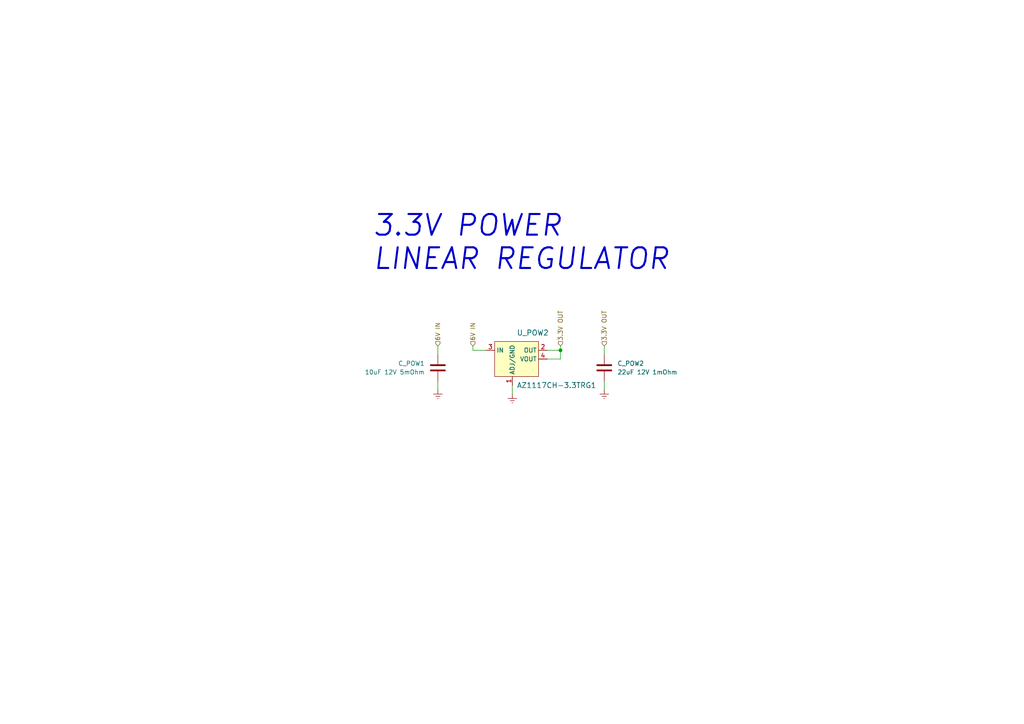
<source format=kicad_sch>
(kicad_sch (version 20211123) (generator eeschema)
  (paper "A4")
  (lib_symbols
    (symbol "Device:C" (pin_numbers hide) (pin_names (offset 0.254))
      (property "Reference" "C" (at 0.635 2.54 0))
      (property "Value" "C" (at 0.635 -2.54 0))
      (symbol "C_0_1"
        (polyline (pts (xy -2.032 -0.762) (xy 2.032 -0.762)) (stroke (width 0.508)))
        (polyline (pts (xy -2.032 0.762) (xy 2.032 0.762)) (stroke (width 0.508)))
      )
      (symbol "C_1_1"
        (pin passive line (at 0 3.81 270) (length 2.794) (name "~") (number "1"))
        (pin passive line (at 0 -3.81 90) (length 2.794) (name "~") (number "2"))
      )
    )
    (symbol "dk_PMIC-Voltage-Regulators-Linear:AZ1117CH-3_3TRG1"
      (property "Reference" "U" (at 1.27 3.81 0))
      (property "Value" "AZ1117CH-3_3TRG1" (at 1.27 6.35 0))
      (symbol "AZ1117CH-3_3TRG1_0_1"
        (rectangle (start -5.08 2.54) (end 7.62 -7.62) (fill (type background)))
      )
      (symbol "AZ1117CH-3_3TRG1_1_1"
        (pin power_in line (at 0 -10.16 90) (length 2.54) (name "ADJ/GND") (number "1"))
        (pin power_out line (at 10.16 0 180) (length 2.54) (name "OUT") (number "2"))
        (pin power_in line (at -7.62 0 0) (length 2.54) (name "IN") (number "3"))
        (pin power_out line (at 10.16 -2.54 180) (length 2.54) (name "VOUT") (number "4"))
      )
    )
    (symbol "power:GNDREF" (power) (pin_names (offset 0))
      (property "Value" "GNDREF" (at 0 -3.81 0))
      (symbol "GNDREF_0_1"
        (polyline (pts (xy -0.635 -1.905) (xy 0.635 -1.905)))
        (polyline (pts (xy -0.127 -2.54) (xy 0.127 -2.54)))
        (polyline (pts (xy 0 -1.27) (xy 0 0)))
        (polyline (pts (xy 1.27 -1.27) (xy -1.27 -1.27)))
      )
      (symbol "GNDREF_1_1"
        (pin power_in line (at 0 0 270) (length 0) hide (name "GNDREF") (number "1"))
      )
    )
  )
  (junction (at 162.56 101.6))
  (wire (pts (xy 148.59 111.76) (xy 148.59 114.3)))
  (wire (pts (xy 158.75 101.6) (xy 162.56 101.6)))
  (wire (pts (xy 162.56 100.33) (xy 162.56 101.6)))
  (wire (pts (xy 137.16 101.6) (xy 140.97 101.6)))
  (wire (pts (xy 175.26 100.33) (xy 175.26 102.87)))
  (wire (pts (xy 127 100.33) (xy 127 102.87)))
  (wire (pts (xy 158.75 104.14) (xy 162.56 104.14)))
  (wire (pts (xy 162.56 101.6) (xy 162.56 104.14)))
  (wire (pts (xy 137.16 100.33) (xy 137.16 101.6)))
  (wire (pts (xy 127 110.49) (xy 127 113.03)))
  (wire (pts (xy 175.26 110.49) (xy 175.26 113.03)))
  (text "3.3V POWER\nLINEAR REGULATOR" (at 107.95 78.74 0) (effects (font (size 6 6) (thickness 0.6) bold italic) (justify left bottom)))
  (hierarchical_label "3.3V OUT" (shape input) (at 175.26 100.33 90))
  (hierarchical_label "3.3V OUT" (shape input) (at 162.56 100.33 90))
  (hierarchical_label "6V IN" (shape input) (at 137.16 100.33 90))
  (hierarchical_label "6V IN" (shape input) (at 127 100.33 90))
  (symbol (lib_id "power:GNDREF") (at 148.59 114.3 0) (unit 1)
    (property "Reference" "#PWR0104" (effects hide))
    (property "Value" "GNDREF" (effects hide))
  )
  (symbol (lib_id "dk_PMIC-Voltage-Regulators-Linear:AZ1117CH-3_3TRG1") (at 148.59 101.6 0) (unit 1)
    (property "Reference" "U_POW2" (at 149.86 96.52 0) (effects (font (size 1.524 1.524)) (justify left)))
    (property "Value" "AZ1117CH-3.3TRG1" (at 149.86 111.76 0) (effects (font (size 1.524 1.524)) (justify left)))
    (property "Footprint" "Package_TO_SOT_SMD:SOT-223" (effects hide))
    (property "Datasheet" "https://br.mouser.com/datasheet/2/115/DIOD_S_A0007713706_1-2542909.pdf" (effects hide))
    (property "#" "AZ1117CH-3.3TRG1" (effects hide))
    (property "Description" "REG LINEAR 3.3V 800MA SOT223" (effects hide))
    (property "Group" "3V3 power" (effects hide))
    (property "Mouser" "OK" (effects hide))
  )
  (symbol (lib_id "Device:C") (at 127 106.68 0) (unit 1)
    (property "Reference" "C_POW1" (at 123.19 105.41 0) (effects (justify right)))
    (property "Value" "10uF 12V 5mOhm" (at 123.19 107.95 0) (effects (justify right)))
    (property "Footprint" "Capacitor_SMD:C_0603_1608Metric_Pad1.08x0.95mm_HandSolder" (effects hide))
    (property "Datasheet" "https://product.tdk.com/system/files/dam/doc/product/capacitor/ceramic/mlcc/catalog/mlcc_commercial_general_en.pdf?ref_disty=mouser" (effects hide))
    (property "#" "C1608X5R1E106M080AC" (effects hide))
    (property "Description" "Decouple" (effects hide))
    (property "Group" "3V3 power" (effects hide))
    (property "Obs" "wes" (effects hide))
    (property "Mouser" "OK" (effects hide))
  )
  (symbol (lib_id "power:GNDREF") (at 175.26 113.03 0) (unit 1)
    (property "Reference" "#PWR0105" (effects hide))
    (property "Value" "GNDREF" (effects hide))
  )
  (symbol (lib_id "power:GNDREF") (at 127 113.03 0) (unit 1)
    (property "Reference" "#PWR0102" (effects hide))
    (property "Value" "GNDREF" (effects hide))
  )
  (symbol (lib_id "Device:C") (at 175.26 106.68 0) (unit 1)
    (property "Reference" "C_POW2" (at 179.07 105.41 0) (effects (justify left)))
    (property "Value" "22uF 12V 1mOhm" (at 179.07 107.95 0) (effects (justify left)))
    (property "Footprint" "Capacitor_SMD:C_0603_1608Metric_Pad1.08x0.95mm_HandSolder" (effects hide))
    (property "Datasheet" "https://br.mouser.com/datasheet/2/585/MLCC-1837944.pdf" (effects hide))
    (property "#" "CL10A226MO7JZNC" (effects hide))
    (property "Description" "Decouple" (effects hide))
    (property "Group" "3V3 power" (effects hide))
    (property "Obs" "wes" (effects hide))
    (property "Mouser" "OK" (effects hide))
  )
)
</source>
